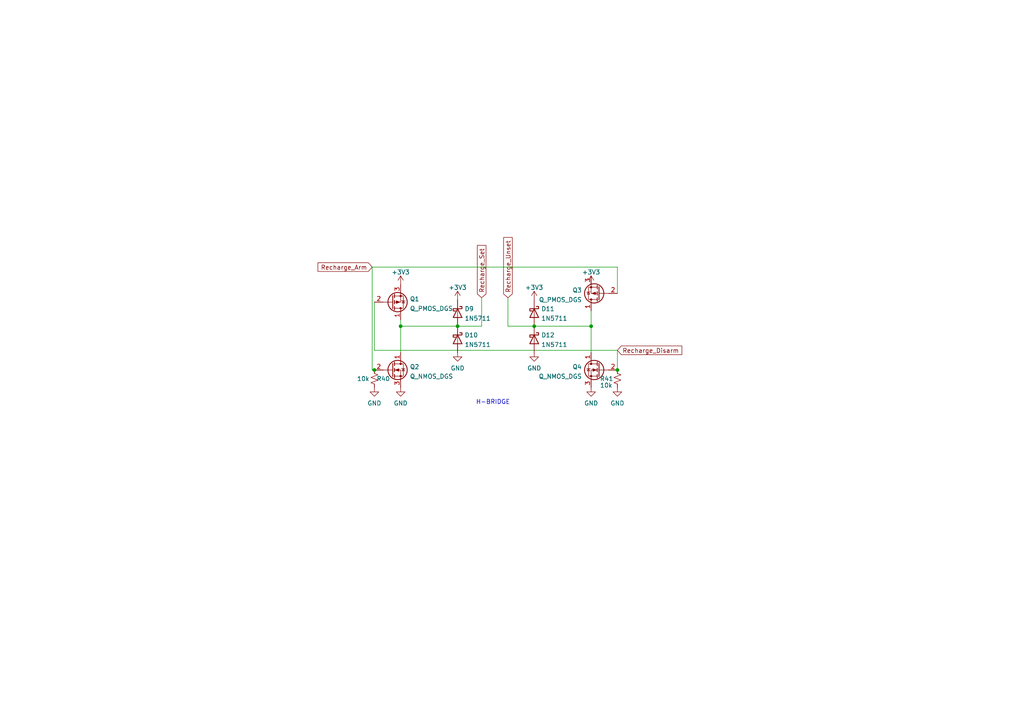
<source format=kicad_sch>
(kicad_sch (version 20211123) (generator eeschema)
  (paper "A4")
  (lib_symbols
    (symbol "Device:Q_NMOS_DGS" (pin_names (offset 0) hide)
      (property "Reference" "Q" (at 5.08 1.27 0))
      (property "Value" "Q_NMOS_DGS" (at 5.08 -1.27 0))
      (symbol "Q_NMOS_DGS_0_1"
        (polyline (pts (xy 0.254 0) (xy -2.54 0)))
        (polyline (pts (xy 0.254 1.905) (xy 0.254 -1.905)) (stroke (width 0.254)))
        (polyline (pts (xy 0.762 -1.27) (xy 0.762 -2.286)) (stroke (width 0.254)))
        (polyline (pts (xy 0.762 0.508) (xy 0.762 -0.508)) (stroke (width 0.254)))
        (polyline (pts (xy 0.762 2.286) (xy 0.762 1.27)) (stroke (width 0.254)))
        (polyline (pts (xy 2.54 2.54) (xy 2.54 1.778)))
        (polyline (pts (xy 2.54 -2.54) (xy 2.54 0) (xy 0.762 0)))
        (polyline (pts (xy 0.762 -1.778) (xy 3.302 -1.778) (xy 3.302 1.778) (xy 0.762 1.778)))
        (polyline (pts (xy 1.016 0) (xy 2.032 0.381) (xy 2.032 -0.381) (xy 1.016 0)) (fill (type outline)))
        (polyline (pts (xy 2.794 0.508) (xy 2.921 0.381) (xy 3.683 0.381) (xy 3.81 0.254)))
        (polyline (pts (xy 3.302 0.381) (xy 2.921 -0.254) (xy 3.683 -0.254) (xy 3.302 0.381)))
        (circle (center 1.651 0) (radius 2.794) (stroke (width 0.254)))
        (circle (center 2.54 -1.778) (radius 0.254) (fill (type outline)))
        (circle (center 2.54 1.778) (radius 0.254) (fill (type outline)))
      )
      (symbol "Q_NMOS_DGS_1_1"
        (pin passive line (at 2.54 5.08 270) (length 2.54) (name "D") (number "1"))
        (pin input line (at -5.08 0 0) (length 2.54) (name "G") (number "2"))
        (pin passive line (at 2.54 -5.08 90) (length 2.54) (name "S") (number "3"))
      )
    )
    (symbol "Device:Q_PMOS_DGS" (pin_names (offset 0) hide)
      (property "Reference" "Q" (at 5.08 1.27 0))
      (property "Value" "Q_PMOS_DGS" (at 5.08 -1.27 0))
      (symbol "Q_PMOS_DGS_0_1"
        (polyline (pts (xy 0.254 0) (xy -2.54 0)))
        (polyline (pts (xy 0.254 1.905) (xy 0.254 -1.905)) (stroke (width 0.254)))
        (polyline (pts (xy 0.762 -1.27) (xy 0.762 -2.286)) (stroke (width 0.254)))
        (polyline (pts (xy 0.762 0.508) (xy 0.762 -0.508)) (stroke (width 0.254)))
        (polyline (pts (xy 0.762 2.286) (xy 0.762 1.27)) (stroke (width 0.254)))
        (polyline (pts (xy 2.54 2.54) (xy 2.54 1.778)))
        (polyline (pts (xy 2.54 -2.54) (xy 2.54 0) (xy 0.762 0)))
        (polyline (pts (xy 0.762 1.778) (xy 3.302 1.778) (xy 3.302 -1.778) (xy 0.762 -1.778)))
        (polyline (pts (xy 2.286 0) (xy 1.27 0.381) (xy 1.27 -0.381) (xy 2.286 0)) (fill (type outline)))
        (polyline (pts (xy 2.794 -0.508) (xy 2.921 -0.381) (xy 3.683 -0.381) (xy 3.81 -0.254)))
        (polyline (pts (xy 3.302 -0.381) (xy 2.921 0.254) (xy 3.683 0.254) (xy 3.302 -0.381)))
        (circle (center 1.651 0) (radius 2.794) (stroke (width 0.254)))
        (circle (center 2.54 -1.778) (radius 0.254) (fill (type outline)))
        (circle (center 2.54 1.778) (radius 0.254) (fill (type outline)))
      )
      (symbol "Q_PMOS_DGS_1_1"
        (pin passive line (at 2.54 5.08 270) (length 2.54) (name "D") (number "1"))
        (pin input line (at -5.08 0 0) (length 2.54) (name "G") (number "2"))
        (pin passive line (at 2.54 -5.08 90) (length 2.54) (name "S") (number "3"))
      )
    )
    (symbol "Device:R_Small_US" (pin_numbers hide) (pin_names (offset 0.254) hide)
      (property "Reference" "R" (at 0.762 0.508 0))
      (property "Value" "R_Small_US" (at 0.762 -1.016 0))
      (symbol "R_Small_US_1_1"
        (polyline (pts (xy 0 0) (xy 1.016 -0.381) (xy 0 -0.762) (xy -1.016 -1.143) (xy 0 -1.524)))
        (polyline (pts (xy 0 1.524) (xy 1.016 1.143) (xy 0 0.762) (xy -1.016 0.381) (xy 0 0)))
        (pin passive line (at 0 2.54 270) (length 1.016) (name "~") (number "1"))
        (pin passive line (at 0 -2.54 90) (length 1.016) (name "~") (number "2"))
      )
    )
    (symbol "Diode:1N5711" (pin_numbers hide) (pin_names (offset 1.016) hide)
      (property "Reference" "D" (at 0 2.54 0))
      (property "Value" "1N5711" (at 0 -2.54 0))
      (symbol "1N5711_0_1"
        (polyline (pts (xy 1.27 0) (xy -1.27 0)))
        (polyline (pts (xy 1.27 1.27) (xy 1.27 -1.27) (xy -1.27 0) (xy 1.27 1.27)) (stroke (width 0.254)))
        (polyline (pts (xy -1.905 0.635) (xy -1.905 1.27) (xy -1.27 1.27) (xy -1.27 -1.27) (xy -0.635 -1.27) (xy -0.635 -0.635)) (stroke (width 0.254)))
      )
      (symbol "1N5711_1_1"
        (pin passive line (at -3.81 0 0) (length 2.54) (name "K") (number "1"))
        (pin passive line (at 3.81 0 180) (length 2.54) (name "A") (number "2"))
      )
    )
    (symbol "power:+3.3V" (power) (pin_names (offset 0))
      (property "Value" "+3.3V" (at 0 3.556 0))
      (symbol "+3.3V_0_1"
        (polyline (pts (xy -0.762 1.27) (xy 0 2.54)))
        (polyline (pts (xy 0 0) (xy 0 2.54)))
        (polyline (pts (xy 0 2.54) (xy 0.762 1.27)))
      )
      (symbol "+3.3V_1_1"
        (pin power_in line (at 0 0 90) (length 0) hide (name "+3V3") (number "1"))
      )
    )
    (symbol "power:GND" (power) (pin_names (offset 0))
      (property "Value" "GND" (at 0 -3.81 0))
      (symbol "GND_0_1"
        (polyline (pts (xy 0 0) (xy 0 -1.27) (xy 1.27 -1.27) (xy 0 -2.54) (xy -1.27 -1.27) (xy 0 -1.27)))
      )
      (symbol "GND_1_1"
        (pin power_in line (at 0 0 270) (length 0) hide (name "GND") (number "1"))
      )
    )
  )
  (junction (at 132.715 94.615))
  (junction (at 116.205 94.615))
  (junction (at 179.07 107.315))
  (junction (at 108.585 107.315))
  (junction (at 171.45 94.615))
  (junction (at 154.94 94.615))
  (wire (pts (xy 107.95 77.47) (xy 107.95 107.315)))
  (wire (pts (xy 179.07 85.09) (xy 179.07 77.47)))
  (wire (pts (xy 171.45 90.17) (xy 171.45 94.615)))
  (wire (pts (xy 139.7 86.36) (xy 139.7 94.615)))
  (wire (pts (xy 179.07 77.47) (xy 107.95 77.47)))
  (wire (pts (xy 154.94 94.615) (xy 171.45 94.615)))
  (wire (pts (xy 132.715 94.615) (xy 116.205 94.615)))
  (wire (pts (xy 116.205 94.615) (xy 116.205 102.235)))
  (wire (pts (xy 179.07 101.6) (xy 179.07 107.315)))
  (wire (pts (xy 108.585 87.63) (xy 108.585 101.6)))
  (wire (pts (xy 139.7 94.615) (xy 132.715 94.615)))
  (wire (pts (xy 147.32 86.36) (xy 147.32 94.615)))
  (wire (pts (xy 116.205 92.71) (xy 116.205 94.615)))
  (wire (pts (xy 107.95 107.315) (xy 108.585 107.315)))
  (wire (pts (xy 147.32 94.615) (xy 154.94 94.615)))
  (wire (pts (xy 108.585 101.6) (xy 179.07 101.6)))
  (wire (pts (xy 171.45 94.615) (xy 171.45 102.235)))
  (text "H-BRIDGE" (at 147.955 117.475 180) (effects (font (size 1.27 1.27)) (justify right bottom)))
  (global_label "Recharge_Disarm" (shape input) (at 179.07 101.6 0) (property "Intersheet References" "${INTERSHEET_REFS}" (effects hide)))
  (global_label "Recharge_Set" (shape input) (at 139.7 86.36 90) (property "Intersheet References" "${INTERSHEET_REFS}" (effects hide)))
  (global_label "Recharge_Arm" (shape input) (at 107.95 77.47 180) (property "Intersheet References" "${INTERSHEET_REFS}" (effects hide)))
  (global_label "Recharge_Unset" (shape input) (at 147.32 86.36 90) (property "Intersheet References" "${INTERSHEET_REFS}" (effects hide)))
  (symbol (lib_id "power:GND") (at 179.07 112.395 0) (unit 1)
    (property "Reference" "#PWR081" (effects hide))
    (property "Value" "GND" (at 179.07 116.9575 0))
  )
  (symbol (lib_id "power:+3.3V") (at 132.715 86.995 0) (unit 1)
    (property "Reference" "#PWR075" (effects hide))
    (property "Value" "+3.3V" (at 132.715 83.3905 0))
  )
  (symbol (lib_id "Device:Q_NMOS_DGS") (at 113.665 107.315 0) (unit 1)
    (property "Reference" "Q2" (at 118.872 106.4065 0) (effects (justify left)))
    (property "Value" "Q_NMOS_DGS" (at 118.872 109.1816 0) (effects (justify left)))
    (property "Footprint" "Package_TO_SOT_THT:TO-220-3_Vertical" (effects hide))
  )
  (symbol (lib_id "Device:R_Small_US") (at 179.07 109.855 0) (unit 1)
    (property "Reference" "R41" (at 173.99 109.855 0) (effects (justify left)))
    (property "Value" "10k" (at 173.99 111.76 0) (effects (justify left)))
    (property "Footprint" "Resistor_SMD:R_1206_3216Metric" (effects hide))
  )
  (symbol (lib_id "Diode:1N5711") (at 132.715 98.425 270) (unit 1)
    (property "Reference" "D10" (at 134.747 97.199 90) (effects (justify left)))
    (property "Value" "1N5711" (at 134.747 99.9741 90) (effects (justify left)))
    (property "Footprint" "Diode_THT:D_DO-35_SOD27_P7.62mm_Horizontal" (effects hide))
    (property "Datasheet" "https://www.microsemi.com/document-portal/doc_download/8865-lds-0040-datasheet" (effects hide))
  )
  (symbol (lib_id "Device:Q_NMOS_DGS") (at 173.99 107.315 0) (mirror y) (unit 1)
    (property "Reference" "Q4" (at 168.7831 106.4065 0) (effects (justify left)))
    (property "Value" "Q_NMOS_DGS" (at 168.7831 109.1816 0) (effects (justify left)))
    (property "Footprint" "Package_TO_SOT_THT:TO-220-3_Vertical" (effects hide))
  )
  (symbol (lib_id "power:GND") (at 132.715 102.235 0) (unit 1)
    (property "Reference" "#PWR076" (effects hide))
    (property "Value" "GND" (at 132.715 106.7975 0))
  )
  (symbol (lib_id "Device:R_Small_US") (at 108.585 109.855 180) (unit 1)
    (property "Reference" "R40" (at 109.22 109.855 0) (effects (justify right)))
    (property "Value" "10k" (at 103.505 109.855 0) (effects (justify right)))
    (property "Footprint" "Resistor_SMD:R_1206_3216Metric" (effects hide))
  )
  (symbol (lib_id "Diode:1N5711") (at 154.94 90.805 270) (unit 1)
    (property "Reference" "D11" (at 156.972 89.579 90) (effects (justify left)))
    (property "Value" "1N5711" (at 156.972 92.3541 90) (effects (justify left)))
    (property "Footprint" "Diode_THT:D_DO-35_SOD27_P7.62mm_Horizontal" (effects hide))
    (property "Datasheet" "https://www.microsemi.com/document-portal/doc_download/8865-lds-0040-datasheet" (effects hide))
  )
  (symbol (lib_id "power:GND") (at 154.94 102.235 0) (unit 1)
    (property "Reference" "#PWR078" (effects hide))
    (property "Value" "GND" (at 154.94 106.7975 0))
  )
  (symbol (lib_id "power:+3.3V") (at 154.94 86.995 0) (unit 1)
    (property "Reference" "#PWR077" (effects hide))
    (property "Value" "+3.3V" (at 154.94 83.3905 0))
  )
  (symbol (lib_id "power:GND") (at 171.45 112.395 0) (unit 1)
    (property "Reference" "#PWR080" (effects hide))
    (property "Value" "GND" (at 171.45 116.9575 0))
  )
  (symbol (lib_id "Diode:1N5711") (at 154.94 98.425 270) (unit 1)
    (property "Reference" "D12" (at 156.972 97.199 90) (effects (justify left)))
    (property "Value" "1N5711" (at 156.972 99.9741 90) (effects (justify left)))
    (property "Footprint" "Diode_THT:D_DO-35_SOD27_P7.62mm_Horizontal" (effects hide))
    (property "Datasheet" "https://www.microsemi.com/document-portal/doc_download/8865-lds-0040-datasheet" (effects hide))
  )
  (symbol (lib_id "power:GND") (at 108.585 112.395 0) (unit 1)
    (property "Reference" "#PWR072" (effects hide))
    (property "Value" "GND" (at 108.585 116.9575 0))
  )
  (symbol (lib_id "power:GND") (at 116.205 112.395 0) (unit 1)
    (property "Reference" "#PWR074" (effects hide))
    (property "Value" "GND" (at 116.205 116.9575 0))
  )
  (symbol (lib_id "power:+3.3V") (at 116.205 82.55 0) (mirror y) (unit 1)
    (property "Reference" "#PWR073" (effects hide))
    (property "Value" "+3.3V" (at 116.205 78.9455 0))
  )
  (symbol (lib_id "power:+3.3V") (at 171.45 82.55 0) (unit 1)
    (property "Reference" "#PWR079" (effects hide))
    (property "Value" "+3.3V" (at 171.45 78.9455 0))
  )
  (symbol (lib_id "Diode:1N5711") (at 132.715 90.805 270) (unit 1)
    (property "Reference" "D9" (at 134.747 89.579 90) (effects (justify left)))
    (property "Value" "1N5711" (at 134.747 92.3541 90) (effects (justify left)))
    (property "Footprint" "Diode_THT:D_DO-35_SOD27_P7.62mm_Horizontal" (effects hide))
    (property "Datasheet" "https://www.microsemi.com/document-portal/doc_download/8865-lds-0040-datasheet" (effects hide))
  )
  (symbol (lib_id "Device:Q_PMOS_DGS") (at 113.665 87.63 0) (mirror x) (unit 1)
    (property "Reference" "Q1" (at 118.8719 86.7215 0) (effects (justify left)))
    (property "Value" "Q_PMOS_DGS" (at 118.8719 89.4966 0) (effects (justify left)))
    (property "Footprint" "Package_TO_SOT_THT:TO-220-3_Vertical" (effects hide))
  )
  (symbol (lib_id "Device:Q_PMOS_DGS") (at 173.99 85.09 180) (unit 1)
    (property "Reference" "Q3" (at 168.7831 84.1815 0) (effects (justify left)))
    (property "Value" "Q_PMOS_DGS" (at 168.7831 86.9566 0) (effects (justify left)))
    (property "Footprint" "Package_TO_SOT_THT:TO-220-3_Vertical" (effects hide))
  )
)
</source>
